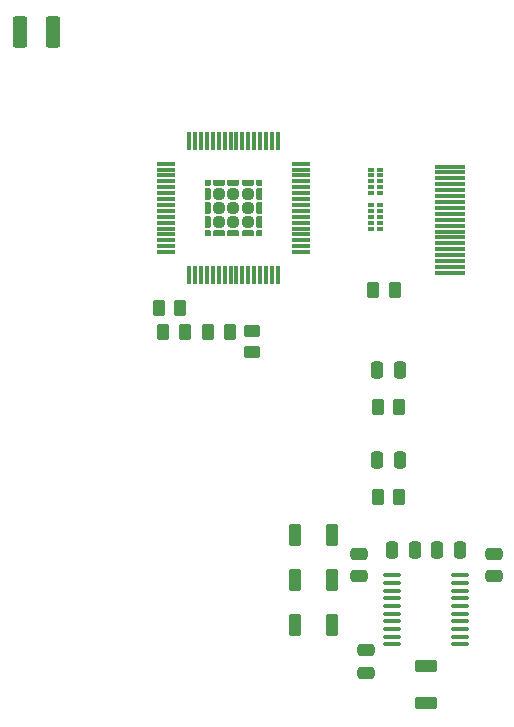
<source format=gbr>
%TF.GenerationSoftware,KiCad,Pcbnew,9.0.2+1*%
%TF.CreationDate,2025-07-26T23:59:44+01:00*%
%TF.ProjectId,ICE40HXDevBoardHDMI,49434534-3048-4584-9465-76426f617264,rev?*%
%TF.SameCoordinates,Original*%
%TF.FileFunction,Paste,Top*%
%TF.FilePolarity,Positive*%
%FSLAX46Y46*%
G04 Gerber Fmt 4.6, Leading zero omitted, Abs format (unit mm)*
G04 Created by KiCad (PCBNEW 9.0.2+1) date 2025-07-26 23:59:44*
%MOMM*%
%LPD*%
G01*
G04 APERTURE LIST*
G04 Aperture macros list*
%AMRoundRect*
0 Rectangle with rounded corners*
0 $1 Rounding radius*
0 $2 $3 $4 $5 $6 $7 $8 $9 X,Y pos of 4 corners*
0 Add a 4 corners polygon primitive as box body*
4,1,4,$2,$3,$4,$5,$6,$7,$8,$9,$2,$3,0*
0 Add four circle primitives for the rounded corners*
1,1,$1+$1,$2,$3*
1,1,$1+$1,$4,$5*
1,1,$1+$1,$6,$7*
1,1,$1+$1,$8,$9*
0 Add four rect primitives between the rounded corners*
20,1,$1+$1,$2,$3,$4,$5,0*
20,1,$1+$1,$4,$5,$6,$7,0*
20,1,$1+$1,$6,$7,$8,$9,0*
20,1,$1+$1,$8,$9,$2,$3,0*%
%AMFreePoly0*
4,1,19,0.239272,0.262299,0.277084,0.210256,0.282178,0.178092,0.282178,-0.091864,0.262299,-0.153044,0.251692,-0.165464,0.165464,-0.251692,0.108147,-0.280897,0.091864,-0.282178,-0.178092,-0.282178,-0.239272,-0.262299,-0.277084,-0.210256,-0.282178,-0.178092,-0.282178,0.178092,-0.262299,0.239272,-0.210256,0.277084,-0.178092,0.282178,0.178092,0.282178,0.239272,0.262299,0.239272,0.262299,
$1*%
%AMFreePoly1*
4,1,15,0.203876,0.463283,0.261726,0.405431,0.282179,0.356053,0.282179,-0.356053,0.261726,-0.405431,0.203876,-0.463282,0.154498,-0.483736,-0.212347,-0.483736,-0.261726,-0.463283,-0.282179,-0.413904,-0.282179,0.413904,-0.261726,0.463283,-0.212347,0.483736,0.154497,0.483736,0.203876,0.463283,0.203876,0.463283,$1*%
%AMFreePoly2*
4,1,19,0.153044,0.262299,0.165464,0.251692,0.251692,0.165464,0.280897,0.108147,0.282178,0.091864,0.282178,-0.178092,0.262299,-0.239272,0.210256,-0.277084,0.178092,-0.282178,-0.178092,-0.282178,-0.239272,-0.262299,-0.277084,-0.210256,-0.282178,-0.178092,-0.282178,0.178092,-0.262299,0.239272,-0.210256,0.277084,-0.178092,0.282178,0.091864,0.282178,0.153044,0.262299,0.153044,0.262299,
$1*%
%AMFreePoly3*
4,1,15,0.463283,0.261726,0.483736,0.212347,0.483736,-0.154497,0.463283,-0.203876,0.405431,-0.261726,0.356053,-0.282179,-0.356053,-0.282179,-0.405431,-0.261726,-0.463282,-0.203876,-0.483736,-0.154498,-0.483736,0.212347,-0.463283,0.261726,-0.413904,0.282179,0.413904,0.282179,0.463283,0.261726,0.463283,0.261726,$1*%
%AMFreePoly4*
4,1,15,0.405431,0.261726,0.463282,0.203876,0.483736,0.154498,0.483736,-0.212347,0.463283,-0.261726,0.413904,-0.282179,-0.413904,-0.282179,-0.463283,-0.261726,-0.483736,-0.212347,-0.483736,0.154497,-0.463283,0.203876,-0.405431,0.261726,-0.356053,0.282179,0.356053,0.282179,0.405431,0.261726,0.405431,0.261726,$1*%
%AMFreePoly5*
4,1,19,0.239272,0.262299,0.277084,0.210256,0.282178,0.178092,0.282178,-0.178092,0.262299,-0.239272,0.210256,-0.277084,0.178092,-0.282178,-0.091864,-0.282178,-0.153044,-0.262299,-0.165464,-0.251692,-0.251692,-0.165464,-0.280897,-0.108147,-0.282178,-0.091864,-0.282178,0.178092,-0.262299,0.239272,-0.210256,0.277084,-0.178092,0.282178,0.178092,0.282178,0.239272,0.262299,0.239272,0.262299,
$1*%
%AMFreePoly6*
4,1,15,0.261726,0.463283,0.282179,0.413904,0.282179,-0.413904,0.261726,-0.463283,0.212347,-0.483736,-0.154497,-0.483736,-0.203876,-0.463283,-0.261726,-0.405431,-0.282179,-0.356053,-0.282179,0.356053,-0.261726,0.405431,-0.203876,0.463282,-0.154498,0.483736,0.212347,0.483736,0.261726,0.463283,0.261726,0.463283,$1*%
%AMFreePoly7*
4,1,19,0.239272,0.262299,0.277084,0.210256,0.282178,0.178092,0.282178,-0.178092,0.262299,-0.239272,0.210256,-0.277084,0.178092,-0.282178,-0.178092,-0.282178,-0.239272,-0.262299,-0.277084,-0.210256,-0.282178,-0.178092,-0.282178,0.091864,-0.262299,0.153044,-0.251692,0.165464,-0.165464,0.251692,-0.108147,0.280897,-0.091864,0.282178,0.178092,0.282178,0.239272,0.262299,0.239272,0.262299,
$1*%
G04 Aperture macros list end*
%ADD10RoundRect,0.250000X-0.262500X-0.450000X0.262500X-0.450000X0.262500X0.450000X-0.262500X0.450000X0*%
%ADD11RoundRect,0.100000X-0.637500X-0.100000X0.637500X-0.100000X0.637500X0.100000X-0.637500X0.100000X0*%
%ADD12RoundRect,0.250000X0.275000X0.700000X-0.275000X0.700000X-0.275000X-0.700000X0.275000X-0.700000X0*%
%ADD13RoundRect,0.250000X0.475000X-0.250000X0.475000X0.250000X-0.475000X0.250000X-0.475000X-0.250000X0*%
%ADD14RoundRect,0.250000X-0.475000X0.250000X-0.475000X-0.250000X0.475000X-0.250000X0.475000X0.250000X0*%
%ADD15RoundRect,0.250000X-0.250000X-0.475000X0.250000X-0.475000X0.250000X0.475000X-0.250000X0.475000X0*%
%ADD16RoundRect,0.250000X0.262500X0.450000X-0.262500X0.450000X-0.262500X-0.450000X0.262500X-0.450000X0*%
%ADD17RoundRect,0.250000X-0.450000X0.262500X-0.450000X-0.262500X0.450000X-0.262500X0.450000X0.262500X0*%
%ADD18R,2.600000X0.300000*%
%ADD19RoundRect,0.250000X-0.375000X-1.075000X0.375000X-1.075000X0.375000X1.075000X-0.375000X1.075000X0*%
%ADD20RoundRect,0.075000X-0.200000X0.075000X-0.200000X-0.075000X0.200000X-0.075000X0.200000X0.075000X0*%
%ADD21RoundRect,0.250000X0.250000X0.475000X-0.250000X0.475000X-0.250000X-0.475000X0.250000X-0.475000X0*%
%ADD22FreePoly0,90.000000*%
%ADD23FreePoly1,90.000000*%
%ADD24FreePoly2,90.000000*%
%ADD25FreePoly3,90.000000*%
%ADD26RoundRect,0.241868X0.241867X-0.241867X0.241867X0.241867X-0.241867X0.241867X-0.241867X-0.241867X0*%
%ADD27FreePoly4,90.000000*%
%ADD28FreePoly5,90.000000*%
%ADD29FreePoly6,90.000000*%
%ADD30FreePoly7,90.000000*%
%ADD31RoundRect,0.075000X0.075000X-0.700000X0.075000X0.700000X-0.075000X0.700000X-0.075000X-0.700000X0*%
%ADD32RoundRect,0.075000X0.700000X-0.075000X0.700000X0.075000X-0.700000X0.075000X-0.700000X-0.075000X0*%
%ADD33RoundRect,0.250000X-0.700000X0.275000X-0.700000X-0.275000X0.700000X-0.275000X0.700000X0.275000X0*%
G04 APERTURE END LIST*
D10*
%TO.C,R9*%
X96115500Y-100838000D03*
X97940500Y-100838000D03*
%TD*%
D11*
%TO.C,U5*%
X115882500Y-123440000D03*
X115882500Y-124090000D03*
X115882500Y-124740000D03*
X115882500Y-125390000D03*
X115882500Y-126040000D03*
X115882500Y-126690000D03*
X115882500Y-127340000D03*
X115882500Y-127990000D03*
X115882500Y-128640000D03*
X115882500Y-129290000D03*
X121607500Y-129290000D03*
X121607500Y-128640000D03*
X121607500Y-127990000D03*
X121607500Y-127340000D03*
X121607500Y-126690000D03*
X121607500Y-126040000D03*
X121607500Y-125390000D03*
X121607500Y-124740000D03*
X121607500Y-124090000D03*
X121607500Y-123440000D03*
%TD*%
D12*
%TO.C,FB8*%
X110795000Y-120015000D03*
X107645000Y-120015000D03*
%TD*%
D13*
%TO.C,C24*%
X113030000Y-123505000D03*
X113030000Y-121605000D03*
%TD*%
D14*
%TO.C,C29*%
X124460000Y-121605000D03*
X124460000Y-123505000D03*
%TD*%
%TO.C,C6*%
X113625000Y-129780000D03*
X113625000Y-131680000D03*
%TD*%
D10*
%TO.C,R10*%
X114276500Y-99314000D03*
X116101500Y-99314000D03*
%TD*%
D15*
%TO.C,C28*%
X115890000Y-121285000D03*
X117790000Y-121285000D03*
%TD*%
D16*
%TO.C,R5*%
X102131500Y-102870000D03*
X100306500Y-102870000D03*
%TD*%
D12*
%TO.C,FB10*%
X110795000Y-127635000D03*
X107645000Y-127635000D03*
%TD*%
D17*
%TO.C,R1*%
X104013000Y-102719500D03*
X104013000Y-104544500D03*
%TD*%
D15*
%TO.C,C2*%
X119700000Y-121285000D03*
X121600000Y-121285000D03*
%TD*%
D18*
%TO.C,J3*%
X120725000Y-88834000D03*
X120725000Y-89334000D03*
X120725000Y-89834000D03*
X120725000Y-90334000D03*
X120725000Y-90834000D03*
X120725000Y-91334000D03*
X120725000Y-91834000D03*
X120725000Y-92334000D03*
X120725000Y-92834000D03*
X120725000Y-93334000D03*
X120725000Y-93834000D03*
X120725000Y-94334000D03*
X120725000Y-94834000D03*
X120725000Y-95334000D03*
X120725000Y-95834000D03*
X120725000Y-96334000D03*
X120725000Y-96834000D03*
X120725000Y-97334000D03*
X120725000Y-97834000D03*
%TD*%
D10*
%TO.C,R12*%
X114657500Y-109220000D03*
X116482500Y-109220000D03*
%TD*%
%TO.C,R11*%
X114657500Y-116840000D03*
X116482500Y-116840000D03*
%TD*%
D19*
%TO.C,D1*%
X84325000Y-77470000D03*
X87125000Y-77470000D03*
%TD*%
D20*
%TO.C,U4*%
X114032500Y-92084000D03*
X114032500Y-92584000D03*
X114032500Y-93084000D03*
X114032500Y-93584000D03*
X114032500Y-94084000D03*
X114802500Y-94084000D03*
X114802500Y-93584000D03*
X114802500Y-93084000D03*
X114802500Y-92584000D03*
X114802500Y-92084000D03*
%TD*%
%TO.C,U3*%
X114032500Y-89084000D03*
X114032500Y-89584000D03*
X114032500Y-90084000D03*
X114032500Y-90584000D03*
X114032500Y-91084000D03*
X114802500Y-91084000D03*
X114802500Y-90584000D03*
X114802500Y-90084000D03*
X114802500Y-89584000D03*
X114802500Y-89084000D03*
%TD*%
D21*
%TO.C,C25*%
X116520000Y-106045000D03*
X114620000Y-106045000D03*
%TD*%
D22*
%TO.C,U2*%
X100280000Y-94484000D03*
D23*
X101230000Y-94484000D03*
X102430000Y-94484000D03*
X103630000Y-94484000D03*
D24*
X104580000Y-94484000D03*
D25*
X100280000Y-93534000D03*
D26*
X101230000Y-93534000D03*
X102430000Y-93534000D03*
X103630000Y-93534000D03*
D27*
X104580000Y-93534000D03*
D25*
X100280000Y-92334000D03*
D26*
X101230000Y-92334000D03*
X102430000Y-92334000D03*
X103630000Y-92334000D03*
D27*
X104580000Y-92334000D03*
D25*
X100280000Y-91134000D03*
D26*
X101230000Y-91134000D03*
X102430000Y-91134000D03*
X103630000Y-91134000D03*
D27*
X104580000Y-91134000D03*
D28*
X100280000Y-90184000D03*
D29*
X101230000Y-90184000D03*
X102430000Y-90184000D03*
X103630000Y-90184000D03*
D30*
X104580000Y-90184000D03*
D31*
X98680000Y-98009000D03*
X99180000Y-98009000D03*
X99680000Y-98009000D03*
X100180000Y-98009000D03*
X100680000Y-98009000D03*
X101180000Y-98009000D03*
X101680000Y-98009000D03*
X102180000Y-98009000D03*
X102680000Y-98009000D03*
X103180000Y-98009000D03*
X103680000Y-98009000D03*
X104180000Y-98009000D03*
X104680000Y-98009000D03*
X105180000Y-98009000D03*
X105680000Y-98009000D03*
X106180000Y-98009000D03*
D32*
X108105000Y-96084000D03*
X108105000Y-95584000D03*
X108105000Y-95084000D03*
X108105000Y-94584000D03*
X108105000Y-94084000D03*
X108105000Y-93584000D03*
X108105000Y-93084000D03*
X108105000Y-92584000D03*
X108105000Y-92084000D03*
X108105000Y-91584000D03*
X108105000Y-91084000D03*
X108105000Y-90584000D03*
X108105000Y-90084000D03*
X108105000Y-89584000D03*
X108105000Y-89084000D03*
X108105000Y-88584000D03*
D31*
X106180000Y-86659000D03*
X105680000Y-86659000D03*
X105180000Y-86659000D03*
X104680000Y-86659000D03*
X104180000Y-86659000D03*
X103680000Y-86659000D03*
X103180000Y-86659000D03*
X102680000Y-86659000D03*
X102180000Y-86659000D03*
X101680000Y-86659000D03*
X101180000Y-86659000D03*
X100680000Y-86659000D03*
X100180000Y-86659000D03*
X99680000Y-86659000D03*
X99180000Y-86659000D03*
X98680000Y-86659000D03*
D32*
X96755000Y-88584000D03*
X96755000Y-89084000D03*
X96755000Y-89584000D03*
X96755000Y-90084000D03*
X96755000Y-90584000D03*
X96755000Y-91084000D03*
X96755000Y-91584000D03*
X96755000Y-92084000D03*
X96755000Y-92584000D03*
X96755000Y-93084000D03*
X96755000Y-93584000D03*
X96755000Y-94084000D03*
X96755000Y-94584000D03*
X96755000Y-95084000D03*
X96755000Y-95584000D03*
X96755000Y-96084000D03*
%TD*%
D12*
%TO.C,FB6*%
X110795000Y-123825000D03*
X107645000Y-123825000D03*
%TD*%
D21*
%TO.C,C26*%
X116520000Y-113665000D03*
X114620000Y-113665000D03*
%TD*%
D10*
%TO.C,R6*%
X96496500Y-102870000D03*
X98321500Y-102870000D03*
%TD*%
D33*
%TO.C,FB7*%
X118745000Y-131140000D03*
X118745000Y-134290000D03*
%TD*%
M02*

</source>
